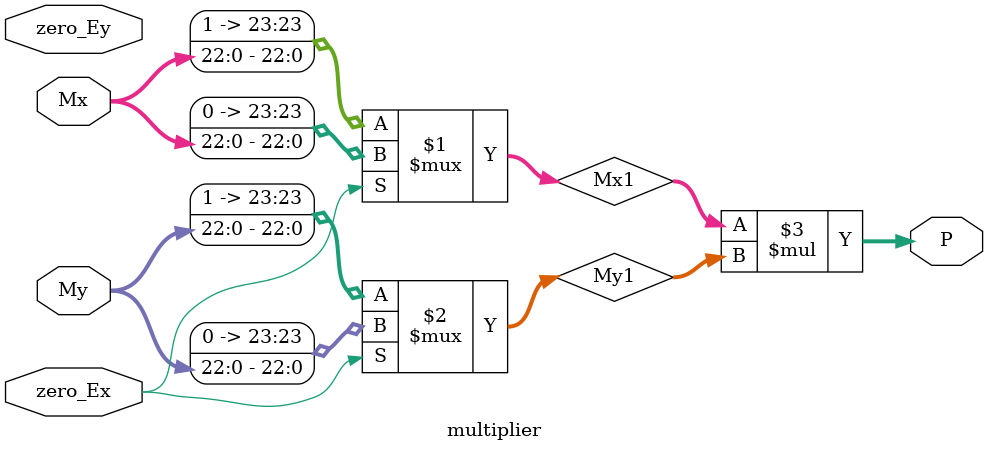
<source format=v>
module multiplier 
(
input 	wire 	        zero_Ex,zero_Ey,
input	wire	[22:0]	Mx,
input	wire 	[22:0]	My,
output	wire	[47:0]	P
);

wire [23:0]  Mx1,My1;

assign Mx1 = zero_Ex ? {1'b0,Mx} : {1'b1,Mx} ;
assign My1 = zero_Ex ? {1'b0,My} : {1'b1,My} ;


assign P = Mx1 * My1 ;

endmodule
</source>
